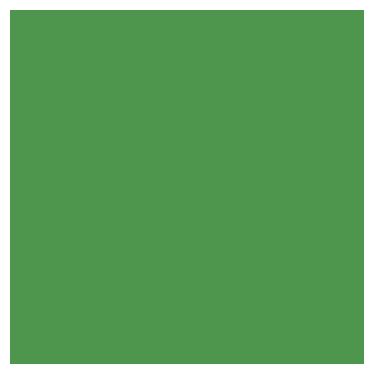
<source format=gbr>
G04 DipTrace 2.3.0.0*
%INBoard.gbr*%
%MOMM*%
%ADD11C,0.14*%
%FSLAX53Y53*%
G04*
G71*
G90*
G75*
G01*
%LNBoardPoly*%
%LPD*%
G36*
X0Y30000D2*
D11*
Y0D1*
X30000D1*
Y30000D1*
X0D1*
G37*
M02*

</source>
